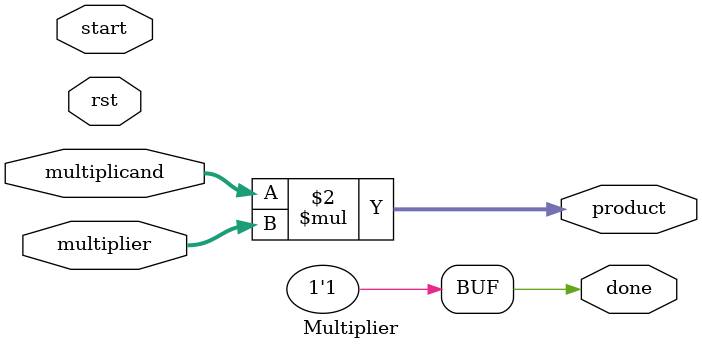
<source format=v>
`timescale 1ns / 1ps


module Multiplier #(
    parameter in_width = 8
) (
    input [in_width-1:0] multiplier,
    multiplicand,
    input rst,
    input start,
    output reg [2*in_width-1:0] product,
    output done
);
  always @(multiplier, multiplicand) begin
    product = multiplicand * multiplier;
  end
  assign done = 1;
endmodule  // end Multiplier
</source>
